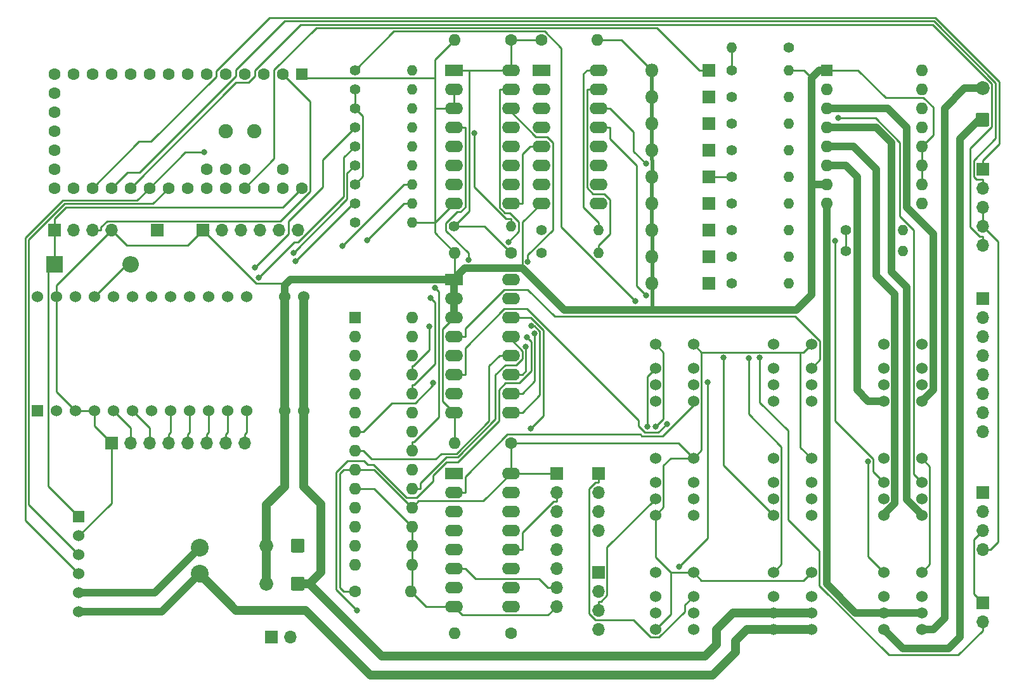
<source format=gbr>
%TF.GenerationSoftware,KiCad,Pcbnew,(5.1.9-0-10_14)*%
%TF.CreationDate,2021-03-06T16:34:47+01:00*%
%TF.ProjectId,Breadboard,42726561-6462-46f6-9172-642e6b696361,rev?*%
%TF.SameCoordinates,Original*%
%TF.FileFunction,Copper,L2,Bot*%
%TF.FilePolarity,Positive*%
%FSLAX46Y46*%
G04 Gerber Fmt 4.6, Leading zero omitted, Abs format (unit mm)*
G04 Created by KiCad (PCBNEW (5.1.9-0-10_14)) date 2021-03-06 16:34:47*
%MOMM*%
%LPD*%
G01*
G04 APERTURE LIST*
%TA.AperFunction,ComponentPad*%
%ADD10O,2.200000X2.200000*%
%TD*%
%TA.AperFunction,ComponentPad*%
%ADD11R,2.200000X2.200000*%
%TD*%
%TA.AperFunction,ComponentPad*%
%ADD12O,1.600000X1.600000*%
%TD*%
%TA.AperFunction,ComponentPad*%
%ADD13R,1.600000X1.600000*%
%TD*%
%TA.AperFunction,ComponentPad*%
%ADD14C,1.600000*%
%TD*%
%TA.AperFunction,ComponentPad*%
%ADD15O,2.400000X1.600000*%
%TD*%
%TA.AperFunction,ComponentPad*%
%ADD16R,2.400000X1.600000*%
%TD*%
%TA.AperFunction,ComponentPad*%
%ADD17C,1.524000*%
%TD*%
%TA.AperFunction,ComponentPad*%
%ADD18R,1.524000X1.524000*%
%TD*%
%TA.AperFunction,ComponentPad*%
%ADD19O,1.700000X1.700000*%
%TD*%
%TA.AperFunction,ComponentPad*%
%ADD20R,1.700000X1.700000*%
%TD*%
%TA.AperFunction,ComponentPad*%
%ADD21C,2.380000*%
%TD*%
%TA.AperFunction,ComponentPad*%
%ADD22C,1.900000*%
%TD*%
%TA.AperFunction,ComponentPad*%
%ADD23O,1.400000X1.400000*%
%TD*%
%TA.AperFunction,ComponentPad*%
%ADD24C,1.400000*%
%TD*%
%TA.AperFunction,ComponentPad*%
%ADD25C,1.850000*%
%TD*%
%TA.AperFunction,ComponentPad*%
%ADD26O,1.800000X1.800000*%
%TD*%
%TA.AperFunction,ComponentPad*%
%ADD27R,1.800000X1.800000*%
%TD*%
%TA.AperFunction,ViaPad*%
%ADD28C,0.800000*%
%TD*%
%TA.AperFunction,Conductor*%
%ADD29C,1.000000*%
%TD*%
%TA.AperFunction,Conductor*%
%ADD30C,0.250000*%
%TD*%
%TA.AperFunction,Conductor*%
%ADD31C,1.200000*%
%TD*%
%TA.AperFunction,Conductor*%
%ADD32C,0.500000*%
%TD*%
G04 APERTURE END LIST*
D10*
%TO.P,D1,2*%
%TO.N,Net-(D1-Pad2)*%
X81280000Y-79248000D03*
D11*
%TO.P,D1,1*%
%TO.N,+5V*%
X71120000Y-79248000D03*
%TD*%
D12*
%TO.P,U9,28*%
%TO.N,S_DIR*%
X118872000Y-86360000D03*
%TO.P,U9,14*%
%TO.N,Net-(U9-Pad14)*%
X111252000Y-119380000D03*
%TO.P,U9,27*%
%TO.N,S_STEP*%
X118872000Y-88900000D03*
%TO.P,U9,13*%
%TO.N,SDA*%
X111252000Y-116840000D03*
%TO.P,U9,26*%
%TO.N,S_SLEEP*%
X118872000Y-91440000D03*
%TO.P,U9,12*%
%TO.N,SCL*%
X111252000Y-114300000D03*
%TO.P,U9,25*%
%TO.N,C_STEP*%
X118872000Y-93980000D03*
%TO.P,U9,11*%
%TO.N,Net-(U9-Pad11)*%
X111252000Y-111760000D03*
%TO.P,U9,24*%
%TO.N,C_GPIO*%
X118872000Y-96520000D03*
%TO.P,U9,10*%
%TO.N,GND*%
X111252000Y-109220000D03*
%TO.P,U9,23*%
%TO.N,C_SERIAL*%
X118872000Y-99060000D03*
%TO.P,U9,9*%
%TO.N,+5V*%
X111252000Y-106680000D03*
%TO.P,U9,22*%
%TO.N,C_SWITCH*%
X118872000Y-101600000D03*
%TO.P,U9,8*%
%TO.N,EXP8*%
X111252000Y-104140000D03*
%TO.P,U9,21*%
%TO.N,C_POWER*%
X118872000Y-104140000D03*
%TO.P,U9,7*%
%TO.N,EXP7*%
X111252000Y-101600000D03*
%TO.P,U9,20*%
%TO.N,Net-(U9-Pad20)*%
X118872000Y-106680000D03*
%TO.P,U9,6*%
%TO.N,EXP6*%
X111252000Y-99060000D03*
%TO.P,U9,19*%
%TO.N,C_INT*%
X118872000Y-109220000D03*
%TO.P,U9,5*%
%TO.N,EXP5*%
X111252000Y-96520000D03*
%TO.P,U9,18*%
%TO.N,+5V*%
X118872000Y-111760000D03*
%TO.P,U9,4*%
%TO.N,EXP4*%
X111252000Y-93980000D03*
%TO.P,U9,17*%
%TO.N,GND*%
X118872000Y-114300000D03*
%TO.P,U9,3*%
%TO.N,EXP3*%
X111252000Y-91440000D03*
%TO.P,U9,16*%
%TO.N,GND*%
X118872000Y-116840000D03*
%TO.P,U9,2*%
%TO.N,EXP2*%
X111252000Y-88900000D03*
%TO.P,U9,15*%
%TO.N,GND*%
X118872000Y-119380000D03*
D13*
%TO.P,U9,1*%
%TO.N,EXP1*%
X111252000Y-86360000D03*
%TD*%
D12*
%TO.P,CU9,2*%
%TO.N,GND*%
X118752000Y-122936000D03*
D14*
%TO.P,CU9,1*%
%TO.N,+5V*%
X111252000Y-122936000D03*
%TD*%
D15*
%TO.P,U6,16*%
%TO.N,R_POWER*%
X143764000Y-53340000D03*
%TO.P,U6,8*%
%TO.N,GND*%
X136144000Y-71120000D03*
%TO.P,U6,15*%
%TO.N,R_SWITCH*%
X143764000Y-55880000D03*
%TO.P,U6,7*%
%TO.N,Net-(U6-Pad7)*%
X136144000Y-68580000D03*
%TO.P,U6,14*%
%TO.N,R_SERIAL*%
X143764000Y-58420000D03*
%TO.P,U6,6*%
%TO.N,Net-(U6-Pad6)*%
X136144000Y-66040000D03*
%TO.P,U6,13*%
%TO.N,R_GPIO*%
X143764000Y-60960000D03*
%TO.P,U6,5*%
%TO.N,C_STEP*%
X136144000Y-63500000D03*
%TO.P,U6,12*%
%TO.N,R_STEP*%
X143764000Y-63500000D03*
%TO.P,U6,4*%
%TO.N,C_GPIO*%
X136144000Y-60960000D03*
%TO.P,U6,11*%
%TO.N,Net-(U6-Pad11)*%
X143764000Y-66040000D03*
%TO.P,U6,3*%
%TO.N,C_SERIAL*%
X136144000Y-58420000D03*
%TO.P,U6,10*%
%TO.N,Net-(U6-Pad10)*%
X143764000Y-68580000D03*
%TO.P,U6,2*%
%TO.N,C_SWITCH*%
X136144000Y-55880000D03*
%TO.P,U6,9*%
%TO.N,+5V*%
X143764000Y-71120000D03*
D16*
%TO.P,U6,1*%
%TO.N,C_POWER*%
X136144000Y-53340000D03*
%TD*%
D17*
%TO.P,U2,28*%
%TO.N,Net-(U2-Pad28)*%
X68834000Y-83566000D03*
%TO.P,U2,27*%
%TO.N,GND*%
X71374000Y-83566000D03*
%TO.P,U2,26*%
%TO.N,Net-(U2-Pad26)*%
X73914000Y-83566000D03*
%TO.P,U2,25*%
%TO.N,Net-(D1-Pad2)*%
X76454000Y-83566000D03*
%TO.P,U2,24*%
%TO.N,Net-(U2-Pad24)*%
X78994000Y-83566000D03*
%TO.P,U2,23*%
%TO.N,Net-(U2-Pad23)*%
X81534000Y-83566000D03*
%TO.P,U2,22*%
%TO.N,Net-(U2-Pad22)*%
X84074000Y-83566000D03*
%TO.P,U2,21*%
%TO.N,Net-(RU1-6-Pad1)*%
X86614000Y-83566000D03*
%TO.P,U2,20*%
%TO.N,Net-(RU1-8-Pad1)*%
X89154000Y-83566000D03*
%TO.P,U2,19*%
%TO.N,Net-(RU1-4-Pad1)*%
X91694000Y-83566000D03*
%TO.P,U2,18*%
%TO.N,Net-(RU1-5-Pad1)*%
X94234000Y-83566000D03*
%TO.P,U2,17*%
%TO.N,Net-(U2-Pad17)*%
X96774000Y-83566000D03*
%TO.P,U2,16*%
%TO.N,GND*%
X101854000Y-83566000D03*
%TO.P,U2,15*%
%TO.N,PD_POWER*%
X104394000Y-83566000D03*
%TO.P,U2,14*%
X104394000Y-98806000D03*
%TO.P,U2,13*%
%TO.N,GND*%
X101854000Y-98806000D03*
%TO.P,U2,12*%
%TO.N,Net-(JU2-2-Pad8)*%
X96774000Y-98806000D03*
%TO.P,U2,11*%
%TO.N,Net-(JU2-2-Pad7)*%
X94234000Y-98806000D03*
%TO.P,U2,10*%
%TO.N,Net-(JU2-2-Pad6)*%
X91694000Y-98806000D03*
%TO.P,U2,9*%
%TO.N,Net-(JU2-2-Pad5)*%
X89154000Y-98806000D03*
%TO.P,U2,8*%
%TO.N,Net-(JU2-2-Pad4)*%
X86614000Y-98806000D03*
%TO.P,U2,7*%
%TO.N,Net-(U2-Pad7)*%
X84074000Y-98806000D03*
%TO.P,U2,6*%
%TO.N,Net-(JU2-2-Pad3)*%
X81534000Y-98806000D03*
%TO.P,U2,5*%
%TO.N,Net-(JU2-2-Pad2)*%
X78994000Y-98806000D03*
%TO.P,U2,4*%
%TO.N,GND*%
X76454000Y-98806000D03*
%TO.P,U2,3*%
X73914000Y-98806000D03*
%TO.P,U2,2*%
%TO.N,RX*%
X71374000Y-98806000D03*
D18*
%TO.P,U2,1*%
%TO.N,TX*%
X68834000Y-98806000D03*
%TD*%
D19*
%TO.P,JU2-2,8*%
%TO.N,Net-(JU2-2-Pad8)*%
X96520000Y-103124000D03*
%TO.P,JU2-2,7*%
%TO.N,Net-(JU2-2-Pad7)*%
X93980000Y-103124000D03*
%TO.P,JU2-2,6*%
%TO.N,Net-(JU2-2-Pad6)*%
X91440000Y-103124000D03*
%TO.P,JU2-2,5*%
%TO.N,Net-(JU2-2-Pad5)*%
X88900000Y-103124000D03*
%TO.P,JU2-2,4*%
%TO.N,Net-(JU2-2-Pad4)*%
X86360000Y-103124000D03*
%TO.P,JU2-2,3*%
%TO.N,Net-(JU2-2-Pad3)*%
X83820000Y-103124000D03*
%TO.P,JU2-2,2*%
%TO.N,Net-(JU2-2-Pad2)*%
X81280000Y-103124000D03*
D20*
%TO.P,JU2-2,1*%
%TO.N,GND*%
X78740000Y-103124000D03*
%TD*%
D12*
%TO.P,U8,16*%
%TO.N,S_DIR*%
X186944000Y-53340000D03*
%TO.P,U8,8*%
%TO.N,S_PWR*%
X174244000Y-71120000D03*
%TO.P,U8,15*%
%TO.N,S_STEP*%
X186944000Y-55880000D03*
%TO.P,U8,7*%
%TO.N,GND*%
X174244000Y-68580000D03*
%TO.P,U8,14*%
%TO.N,Net-(RU8-1-Pad2)*%
X186944000Y-58420000D03*
%TO.P,U8,6*%
%TO.N,B2*%
X174244000Y-66040000D03*
%TO.P,U8,13*%
%TO.N,Net-(RU8-2-Pad2)*%
X186944000Y-60960000D03*
%TO.P,U8,5*%
%TO.N,A2*%
X174244000Y-63500000D03*
%TO.P,U8,12*%
%TO.N,GND*%
X186944000Y-63500000D03*
%TO.P,U8,4*%
%TO.N,A1*%
X174244000Y-60960000D03*
%TO.P,U8,11*%
%TO.N,GND*%
X186944000Y-66040000D03*
%TO.P,U8,3*%
%TO.N,B1*%
X174244000Y-58420000D03*
%TO.P,U8,10*%
%TO.N,GND*%
X186944000Y-68580000D03*
%TO.P,U8,2*%
%TO.N,+5V*%
X174244000Y-55880000D03*
%TO.P,U8,9*%
%TO.N,S_SLEEP*%
X186944000Y-71120000D03*
D13*
%TO.P,U8,1*%
%TO.N,GND*%
X174244000Y-53340000D03*
%TD*%
D15*
%TO.P,U7,16*%
%TO.N,+5V*%
X132080000Y-53340000D03*
%TO.P,U7,8*%
%TO.N,GND*%
X124460000Y-71120000D03*
%TO.P,U7,15*%
%TO.N,SDA*%
X132080000Y-55880000D03*
%TO.P,U7,7*%
%TO.N,C_GPIO*%
X124460000Y-68580000D03*
%TO.P,U7,14*%
%TO.N,SCL*%
X132080000Y-58420000D03*
%TO.P,U7,6*%
%TO.N,C_SERIAL*%
X124460000Y-66040000D03*
%TO.P,U7,13*%
%TO.N,Net-(U7-Pad13)*%
X132080000Y-60960000D03*
%TO.P,U7,5*%
%TO.N,C_SWITCH*%
X124460000Y-63500000D03*
%TO.P,U7,12*%
%TO.N,S_DIR*%
X132080000Y-63500000D03*
%TO.P,U7,4*%
%TO.N,C_POWER*%
X124460000Y-60960000D03*
%TO.P,U7,11*%
%TO.N,S_STEP*%
X132080000Y-66040000D03*
%TO.P,U7,3*%
%TO.N,GND*%
X124460000Y-58420000D03*
%TO.P,U7,10*%
%TO.N,S_SLEEP*%
X132080000Y-68580000D03*
%TO.P,U7,2*%
%TO.N,GND*%
X124460000Y-55880000D03*
%TO.P,U7,9*%
%TO.N,C_STEP*%
X132080000Y-71120000D03*
D16*
%TO.P,U7,1*%
%TO.N,+5V*%
X124460000Y-53340000D03*
%TD*%
D15*
%TO.P,U5,16*%
%TO.N,+5V*%
X132080000Y-81280000D03*
%TO.P,U5,8*%
%TO.N,GND*%
X124460000Y-99060000D03*
%TO.P,U5,15*%
%TO.N,SDA*%
X132080000Y-83820000D03*
%TO.P,U5,7*%
%TO.N,EXP4*%
X124460000Y-96520000D03*
%TO.P,U5,14*%
%TO.N,SCL*%
X132080000Y-86360000D03*
%TO.P,U5,6*%
%TO.N,EXP3*%
X124460000Y-93980000D03*
%TO.P,U5,13*%
%TO.N,C_INT*%
X132080000Y-88900000D03*
%TO.P,U5,5*%
%TO.N,EXP2*%
X124460000Y-91440000D03*
%TO.P,U5,12*%
%TO.N,EXP8*%
X132080000Y-91440000D03*
%TO.P,U5,4*%
%TO.N,EXP1*%
X124460000Y-88900000D03*
%TO.P,U5,11*%
%TO.N,EXP7*%
X132080000Y-93980000D03*
%TO.P,U5,3*%
%TO.N,GND*%
X124460000Y-86360000D03*
%TO.P,U5,10*%
%TO.N,EXP6*%
X132080000Y-96520000D03*
%TO.P,U5,2*%
%TO.N,GND*%
X124460000Y-83820000D03*
%TO.P,U5,9*%
%TO.N,EXP5*%
X132080000Y-99060000D03*
D16*
%TO.P,U5,1*%
%TO.N,GND*%
X124460000Y-81280000D03*
%TD*%
D15*
%TO.P,U4,16*%
%TO.N,+5V*%
X132080000Y-107188000D03*
%TO.P,U4,8*%
%TO.N,GND*%
X124460000Y-124968000D03*
%TO.P,U4,15*%
%TO.N,Net-(RL5-Pad5)*%
X132080000Y-109728000D03*
%TO.P,U4,7*%
%TO.N,Net-(CU4-2-Pad2)*%
X124460000Y-122428000D03*
%TO.P,U4,14*%
%TO.N,Net-(RL7-Pad4)*%
X132080000Y-112268000D03*
%TO.P,U4,6*%
%TO.N,DBOUT3*%
X124460000Y-119888000D03*
%TO.P,U4,13*%
%TO.N,Net-(U4-Pad13)*%
X132080000Y-114808000D03*
%TO.P,U4,5*%
%TO.N,DBIN2*%
X124460000Y-117348000D03*
%TO.P,U4,12*%
%TO.N,DBIN1*%
X132080000Y-117348000D03*
%TO.P,U4,4*%
%TO.N,DBOUT1*%
X124460000Y-114808000D03*
%TO.P,U4,11*%
%TO.N,DBOUT2*%
X132080000Y-119888000D03*
%TO.P,U4,3*%
%TO.N,Net-(U4-Pad3)*%
X124460000Y-112268000D03*
%TO.P,U4,10*%
%TO.N,DBIN3*%
X132080000Y-122428000D03*
%TO.P,U4,2*%
%TO.N,Net-(RL5-Pad4)*%
X124460000Y-109728000D03*
%TO.P,U4,9*%
%TO.N,Net-(CU4-2-Pad1)*%
X132080000Y-124968000D03*
D16*
%TO.P,U4,1*%
%TO.N,Net-(RL6-Pad4)*%
X124460000Y-107188000D03*
%TD*%
D21*
%TO.P,U3,8*%
%TO.N,Net-(RL9-Pad4)*%
X90548000Y-120622000D03*
%TO.P,U3,7*%
%TO.N,Net-(JU3-2-Pad1)*%
X90548000Y-117122000D03*
D17*
%TO.P,U3,6*%
%TO.N,Net-(RL9-Pad4)*%
X74414000Y-125699000D03*
%TO.P,U3,5*%
%TO.N,Net-(JU3-2-Pad1)*%
X74414000Y-123159000D03*
%TO.P,U3,4*%
%TO.N,SDA*%
X74414000Y-120619000D03*
%TO.P,U3,3*%
%TO.N,SCL*%
X74414000Y-118079000D03*
%TO.P,U3,2*%
%TO.N,GND*%
X74414000Y-115539000D03*
D18*
%TO.P,U3,1*%
%TO.N,+5V*%
X74414000Y-112999000D03*
%TD*%
D22*
%TO.P,U1,52*%
%TO.N,N/C*%
X97790000Y-61468000D03*
X93980000Y-61468000D03*
D13*
%TO.P,U1,1*%
%TO.N,GND*%
X104140000Y-53848000D03*
D14*
%TO.P,U1,2*%
%TO.N,TRX*%
X101600000Y-53848000D03*
%TO.P,U1,3*%
%TO.N,TTX*%
X99060000Y-53848000D03*
%TO.P,U1,4*%
%TO.N,Net-(RU1-1-Pad2)*%
X96520000Y-53848000D03*
%TO.P,U1,5*%
%TO.N,Net-(RU1-2-Pad2)*%
X93980000Y-53848000D03*
%TO.P,U1,6*%
%TO.N,Net-(RU1-3-Pad2)*%
X91440000Y-53848000D03*
%TO.P,U1,7*%
%TO.N,D5*%
X88900000Y-53848000D03*
%TO.P,U1,8*%
%TO.N,D6*%
X86360000Y-53848000D03*
%TO.P,U1,9*%
%TO.N,Net-(RU1-4-Pad2)*%
X83820000Y-53848000D03*
%TO.P,U1,10*%
%TO.N,Net-(RU1-5-Pad2)*%
X81280000Y-53848000D03*
%TO.P,U1,11*%
%TO.N,PDSS_RB0*%
X78740000Y-53848000D03*
%TO.P,U1,12*%
%TO.N,TNC1*%
X76200000Y-53848000D03*
%TO.P,U1,13*%
%TO.N,Net-(RU1-6-Pad2)*%
X73660000Y-53848000D03*
%TO.P,U1,37*%
%TO.N,N/C*%
X91440000Y-66548000D03*
%TO.P,U1,36*%
X93980000Y-66548000D03*
%TO.P,U1,35*%
X96520000Y-66548000D03*
%TO.P,U1,34*%
X101600000Y-66548000D03*
%TO.P,U1,33*%
%TO.N,+5V*%
X104140000Y-69088000D03*
%TO.P,U1,32*%
%TO.N,Net-(RU1-9-Pad1)*%
X101600000Y-69088000D03*
%TO.P,U1,31*%
%TO.N,Net-(JU1-4-Pad6)*%
X99060000Y-69088000D03*
%TO.P,U1,30*%
%TO.N,Net-(DU1-1-Pad1)*%
X96520000Y-69088000D03*
%TO.P,U1,29*%
%TO.N,TNC4*%
X93980000Y-69088000D03*
%TO.P,U1,28*%
%TO.N,TNC3*%
X91440000Y-69088000D03*
%TO.P,U1,27*%
%TO.N,C_INT*%
X88900000Y-69088000D03*
%TO.P,U1,26*%
%TO.N,SCL*%
X86360000Y-69088000D03*
%TO.P,U1,25*%
%TO.N,SDA*%
X83820000Y-69088000D03*
%TO.P,U1,24*%
%TO.N,ROTSW*%
X81280000Y-69088000D03*
%TO.P,U1,23*%
%TO.N,ROTB*%
X78740000Y-69088000D03*
%TO.P,U1,22*%
%TO.N,ROTA*%
X76200000Y-69088000D03*
%TO.P,U1,21*%
%TO.N,Net-(RU1-8-Pad2)*%
X73660000Y-69088000D03*
%TO.P,U1,14*%
%TO.N,TNC2*%
X71120000Y-53848000D03*
%TO.P,U1,15*%
%TO.N,N/C*%
X71120000Y-56388000D03*
%TO.P,U1,16*%
X71120000Y-58928000D03*
%TO.P,U1,20*%
%TO.N,Net-(RU1-7-Pad2)*%
X71120000Y-69088000D03*
%TO.P,U1,19*%
%TO.N,N/C*%
X71120000Y-66548000D03*
%TO.P,U1,18*%
X71120000Y-64008000D03*
%TO.P,U1,17*%
X71120000Y-61468000D03*
%TD*%
D23*
%TO.P,RU8-2,2*%
%TO.N,Net-(RU8-2-Pad2)*%
X184404000Y-77462000D03*
D24*
%TO.P,RU8-2,1*%
%TO.N,+5V*%
X176784000Y-77462000D03*
%TD*%
D23*
%TO.P,RU8-1,2*%
%TO.N,Net-(RU8-1-Pad2)*%
X184404000Y-74676000D03*
D24*
%TO.P,RU8-1,1*%
%TO.N,+5V*%
X176784000Y-74676000D03*
%TD*%
D23*
%TO.P,RU6-2,2*%
%TO.N,R_SWITCH*%
X143764000Y-77724000D03*
D24*
%TO.P,RU6-2,1*%
%TO.N,Net-(JU6-2-Pad2)*%
X136144000Y-77724000D03*
%TD*%
D23*
%TO.P,RU6-1,2*%
%TO.N,R_POWER*%
X143764000Y-74676000D03*
D24*
%TO.P,RU6-1,1*%
%TO.N,Net-(JU6-1-Pad2)*%
X136144000Y-74676000D03*
%TD*%
D23*
%TO.P,RU1-11,2*%
%TO.N,Net-(DU1-1-Pad1)*%
X161544000Y-50292000D03*
D24*
%TO.P,RU1-11,1*%
%TO.N,vsense*%
X169164000Y-50292000D03*
%TD*%
D23*
%TO.P,RU1-10,2*%
%TO.N,GND*%
X169164000Y-53340000D03*
D24*
%TO.P,RU1-10,1*%
%TO.N,Net-(DU1-1-Pad1)*%
X161544000Y-53340000D03*
%TD*%
D23*
%TO.P,RU1-9,2*%
%TO.N,GND*%
X118872000Y-73660000D03*
D24*
%TO.P,RU1-9,1*%
%TO.N,Net-(RU1-9-Pad1)*%
X111252000Y-73660000D03*
%TD*%
D23*
%TO.P,RU1-8,2*%
%TO.N,Net-(RU1-8-Pad2)*%
X118872000Y-71120000D03*
D24*
%TO.P,RU1-8,1*%
%TO.N,Net-(RU1-8-Pad1)*%
X111252000Y-71120000D03*
%TD*%
D23*
%TO.P,RU1-7,2*%
%TO.N,Net-(RU1-7-Pad2)*%
X118872000Y-68580000D03*
D24*
%TO.P,RU1-7,1*%
%TO.N,D5*%
X111252000Y-68580000D03*
%TD*%
D23*
%TO.P,RU1-6,2*%
%TO.N,Net-(RU1-6-Pad2)*%
X118872000Y-66040000D03*
D24*
%TO.P,RU1-6,1*%
%TO.N,Net-(RU1-6-Pad1)*%
X111252000Y-66040000D03*
%TD*%
D23*
%TO.P,RU1-5,2*%
%TO.N,Net-(RU1-5-Pad2)*%
X118872000Y-63500000D03*
D24*
%TO.P,RU1-5,1*%
%TO.N,Net-(RU1-5-Pad1)*%
X111252000Y-63500000D03*
%TD*%
D23*
%TO.P,RU1-4,2*%
%TO.N,Net-(RU1-4-Pad2)*%
X118872000Y-60960000D03*
D24*
%TO.P,RU1-4,1*%
%TO.N,Net-(RU1-4-Pad1)*%
X111252000Y-60960000D03*
%TD*%
D23*
%TO.P,RU1-3,2*%
%TO.N,Net-(RU1-3-Pad2)*%
X118872000Y-58420000D03*
D24*
%TO.P,RU1-3,1*%
%TO.N,D5*%
X111252000Y-58420000D03*
%TD*%
D23*
%TO.P,RU1-2,2*%
%TO.N,Net-(RU1-2-Pad2)*%
X118872000Y-55880000D03*
D24*
%TO.P,RU1-2,1*%
%TO.N,D5*%
X111252000Y-55880000D03*
%TD*%
D23*
%TO.P,RU1-1,2*%
%TO.N,Net-(RU1-1-Pad2)*%
X118872000Y-53340000D03*
D24*
%TO.P,RU1-1,1*%
%TO.N,D6*%
X111252000Y-53340000D03*
%TD*%
D23*
%TO.P,RU5,2*%
%TO.N,C_INT*%
X132080000Y-74168000D03*
D24*
%TO.P,RU5,1*%
%TO.N,+5V*%
X124460000Y-74168000D03*
%TD*%
D17*
%TO.P,RL9,8*%
%TO.N,R_POWER*%
X167132000Y-120396000D03*
%TO.P,RL9,7*%
%TO.N,Net-(RL9-Pad7)*%
X167132000Y-123596000D03*
%TO.P,RL9,6*%
%TO.N,PD_POWER*%
X167132000Y-125796000D03*
%TO.P,RL9,5*%
%TO.N,Net-(RL9-Pad4)*%
X167132000Y-127996000D03*
%TO.P,RL9,4*%
X172212000Y-127996000D03*
%TO.P,RL9,3*%
%TO.N,PD_POWER*%
X172212000Y-125796000D03*
%TO.P,RL9,2*%
%TO.N,Net-(RL9-Pad2)*%
X172212000Y-123596000D03*
%TO.P,RL9,1*%
%TO.N,+5V*%
X172212000Y-120396000D03*
%TD*%
%TO.P,RL8,8*%
%TO.N,R_STEP*%
X181864000Y-120396000D03*
%TO.P,RL8,7*%
%TO.N,Net-(RL8-Pad7)*%
X181864000Y-123596000D03*
%TO.P,RL8,6*%
%TO.N,S_PWR*%
X181864000Y-125796000D03*
%TO.P,RL8,5*%
%TO.N,vsense*%
X181864000Y-127996000D03*
%TO.P,RL8,4*%
%TO.N,Net-(J2-Pad2)*%
X186944000Y-127996000D03*
%TO.P,RL8,3*%
%TO.N,S_PWR*%
X186944000Y-125796000D03*
%TO.P,RL8,2*%
%TO.N,Net-(RL8-Pad2)*%
X186944000Y-123596000D03*
%TO.P,RL8,1*%
%TO.N,+5V*%
X186944000Y-120396000D03*
%TD*%
%TO.P,RL7,8*%
%TO.N,R_SWITCH*%
X151384000Y-105156000D03*
%TO.P,RL7,7*%
%TO.N,Net-(RL5-Pad7)*%
X151384000Y-108356000D03*
%TO.P,RL7,6*%
%TO.N,Net-(JU4-1-Pad3)*%
X151384000Y-110556000D03*
%TO.P,RL7,5*%
%TO.N,+5V*%
X151384000Y-112756000D03*
%TO.P,RL7,4*%
%TO.N,Net-(RL7-Pad4)*%
X156464000Y-112756000D03*
%TO.P,RL7,3*%
%TO.N,Net-(JU4-1-Pad4)*%
X156464000Y-110556000D03*
%TO.P,RL7,2*%
%TO.N,Net-(JU4-2-Pad4)*%
X156464000Y-108356000D03*
%TO.P,RL7,1*%
%TO.N,+5V*%
X156464000Y-105156000D03*
%TD*%
%TO.P,RL6,8*%
%TO.N,R_SWITCH*%
X151384000Y-120396000D03*
%TO.P,RL6,7*%
%TO.N,Net-(RL5-Pad2)*%
X151384000Y-123596000D03*
%TO.P,RL6,6*%
%TO.N,Net-(JU4-1-Pad2)*%
X151384000Y-125796000D03*
%TO.P,RL6,5*%
%TO.N,+5V*%
X151384000Y-127996000D03*
%TO.P,RL6,4*%
%TO.N,Net-(RL6-Pad4)*%
X156464000Y-127996000D03*
%TO.P,RL6,3*%
%TO.N,Net-(JU4-1-Pad1)*%
X156464000Y-125796000D03*
%TO.P,RL6,2*%
%TO.N,Net-(JU4-2-Pad1)*%
X156464000Y-123596000D03*
%TO.P,RL6,1*%
%TO.N,+5V*%
X156464000Y-120396000D03*
%TD*%
%TO.P,RL5,8*%
%TO.N,R_SWITCH*%
X151384000Y-89916000D03*
%TO.P,RL5,7*%
%TO.N,Net-(RL5-Pad7)*%
X151384000Y-93116000D03*
%TO.P,RL5,6*%
%TO.N,Net-(JU4-2-Pad2)*%
X151384000Y-95316000D03*
%TO.P,RL5,5*%
%TO.N,Net-(RL5-Pad5)*%
X151384000Y-97516000D03*
%TO.P,RL5,4*%
%TO.N,Net-(RL5-Pad4)*%
X156464000Y-97516000D03*
%TO.P,RL5,3*%
%TO.N,Net-(JU4-2-Pad3)*%
X156464000Y-95316000D03*
%TO.P,RL5,2*%
%TO.N,Net-(RL5-Pad2)*%
X156464000Y-93116000D03*
%TO.P,RL5,1*%
%TO.N,+5V*%
X156464000Y-89916000D03*
%TD*%
%TO.P,RL4,8*%
%TO.N,R_STEP*%
X181864000Y-89916000D03*
%TO.P,RL4,7*%
%TO.N,Net-(R4-2-Pad2)*%
X181864000Y-93116000D03*
%TO.P,RL4,6*%
%TO.N,Net-(J1-Pad8)*%
X181864000Y-95316000D03*
%TO.P,RL4,5*%
%TO.N,B2*%
X181864000Y-97516000D03*
%TO.P,RL4,4*%
%TO.N,B1*%
X186944000Y-97516000D03*
%TO.P,RL4,3*%
%TO.N,Net-(J1-Pad7)*%
X186944000Y-95316000D03*
%TO.P,RL4,2*%
%TO.N,Net-(R4-1-Pad2)*%
X186944000Y-93116000D03*
%TO.P,RL4,1*%
%TO.N,+5V*%
X186944000Y-89916000D03*
%TD*%
%TO.P,RL3,8*%
%TO.N,R_STEP*%
X181864000Y-105156000D03*
%TO.P,RL3,7*%
%TO.N,Net-(R3-2-Pad2)*%
X181864000Y-108356000D03*
%TO.P,RL3,6*%
%TO.N,Net-(J1-Pad6)*%
X181864000Y-110556000D03*
%TO.P,RL3,5*%
%TO.N,A2*%
X181864000Y-112756000D03*
%TO.P,RL3,4*%
%TO.N,A1*%
X186944000Y-112756000D03*
%TO.P,RL3,3*%
%TO.N,Net-(J1-Pad5)*%
X186944000Y-110556000D03*
%TO.P,RL3,2*%
%TO.N,Net-(R3-1-Pad2)*%
X186944000Y-108356000D03*
%TO.P,RL3,1*%
%TO.N,+5V*%
X186944000Y-105156000D03*
%TD*%
%TO.P,RL2,8*%
%TO.N,R_GPIO*%
X167132000Y-105156000D03*
%TO.P,RL2,7*%
%TO.N,EXP4*%
X167132000Y-108356000D03*
%TO.P,RL2,6*%
%TO.N,Net-(D2-2-Pad1)*%
X167132000Y-110556000D03*
%TO.P,RL2,5*%
%TO.N,D6*%
X167132000Y-112756000D03*
%TO.P,RL2,4*%
%TO.N,D5*%
X172212000Y-112756000D03*
%TO.P,RL2,3*%
%TO.N,Net-(D2-1-Pad1)*%
X172212000Y-110556000D03*
%TO.P,RL2,2*%
%TO.N,EXP3*%
X172212000Y-108356000D03*
%TO.P,RL2,1*%
%TO.N,+5V*%
X172212000Y-105156000D03*
%TD*%
%TO.P,RL1,8*%
%TO.N,R_SERIAL*%
X167132000Y-89916000D03*
%TO.P,RL1,7*%
%TO.N,EXP2*%
X167132000Y-93116000D03*
%TO.P,RL1,6*%
%TO.N,Net-(D1-2-Pad1)*%
X167132000Y-95316000D03*
%TO.P,RL1,5*%
%TO.N,TX*%
X167132000Y-97516000D03*
%TO.P,RL1,4*%
%TO.N,RX*%
X172212000Y-97516000D03*
%TO.P,RL1,3*%
%TO.N,Net-(D1-1-Pad1)*%
X172212000Y-95316000D03*
%TO.P,RL1,2*%
%TO.N,EXP1*%
X172212000Y-93116000D03*
%TO.P,RL1,1*%
%TO.N,+5V*%
X172212000Y-89916000D03*
%TD*%
D23*
%TO.P,R4-2,2*%
%TO.N,Net-(R4-2-Pad2)*%
X169164000Y-81788000D03*
D24*
%TO.P,R4-2,1*%
%TO.N,EXP8*%
X161544000Y-81788000D03*
%TD*%
D23*
%TO.P,R4-1,2*%
%TO.N,Net-(R4-1-Pad2)*%
X169164000Y-78232000D03*
D24*
%TO.P,R4-1,1*%
%TO.N,EXP7*%
X161544000Y-78232000D03*
%TD*%
D23*
%TO.P,R3-2,2*%
%TO.N,Net-(R3-2-Pad2)*%
X169164000Y-74676000D03*
D24*
%TO.P,R3-2,1*%
%TO.N,EXP6*%
X161544000Y-74676000D03*
%TD*%
D23*
%TO.P,R3-1,2*%
%TO.N,Net-(R3-1-Pad2)*%
X169164000Y-71120000D03*
D24*
%TO.P,R3-1,1*%
%TO.N,EXP5*%
X161544000Y-71120000D03*
%TD*%
D23*
%TO.P,R2-2,2*%
%TO.N,Net-(J1-Pad4)*%
X169164000Y-67564000D03*
D24*
%TO.P,R2-2,1*%
%TO.N,Net-(D2-2-Pad1)*%
X161544000Y-67564000D03*
%TD*%
D23*
%TO.P,R2-1,2*%
%TO.N,Net-(J1-Pad3)*%
X169164000Y-64008000D03*
D24*
%TO.P,R2-1,1*%
%TO.N,Net-(D2-1-Pad1)*%
X161544000Y-64008000D03*
%TD*%
D23*
%TO.P,R1-2,2*%
%TO.N,Net-(J1-Pad2)*%
X169164000Y-60452000D03*
D24*
%TO.P,R1-2,1*%
%TO.N,Net-(D1-2-Pad1)*%
X161544000Y-60452000D03*
%TD*%
D23*
%TO.P,R1-1,2*%
%TO.N,Net-(J1-Pad1)*%
X169164000Y-56896000D03*
D24*
%TO.P,R1-1,1*%
%TO.N,Net-(D1-1-Pad1)*%
X161544000Y-56896000D03*
%TD*%
D19*
%TO.P,JU6-2,2*%
%TO.N,Net-(JU6-2-Pad2)*%
X195072000Y-127000000D03*
D20*
%TO.P,JU6-2,1*%
%TO.N,+5V*%
X195072000Y-124460000D03*
%TD*%
D19*
%TO.P,JU6-1,2*%
%TO.N,Net-(JU6-1-Pad2)*%
X102616000Y-129032000D03*
D20*
%TO.P,JU6-1,1*%
%TO.N,+5V*%
X100076000Y-129032000D03*
%TD*%
D19*
%TO.P,JU4-3,8*%
%TO.N,GND*%
X138176000Y-124968000D03*
%TO.P,JU4-3,7*%
%TO.N,DBOUT3*%
X138176000Y-122428000D03*
%TO.P,JU4-3,6*%
%TO.N,DBIN3*%
X138176000Y-119888000D03*
%TO.P,JU4-3,5*%
%TO.N,DBOUT2*%
X138176000Y-117348000D03*
%TO.P,JU4-3,4*%
%TO.N,DBIN2*%
X138176000Y-114808000D03*
%TO.P,JU4-3,3*%
%TO.N,DBOUT1*%
X138176000Y-112268000D03*
%TO.P,JU4-3,2*%
%TO.N,DBIN1*%
X138176000Y-109728000D03*
D20*
%TO.P,JU4-3,1*%
%TO.N,+5V*%
X138176000Y-107188000D03*
%TD*%
D19*
%TO.P,JU4-2,4*%
%TO.N,Net-(JU4-2-Pad4)*%
X143764000Y-114808000D03*
%TO.P,JU4-2,3*%
%TO.N,Net-(JU4-2-Pad3)*%
X143764000Y-112268000D03*
%TO.P,JU4-2,2*%
%TO.N,Net-(JU4-2-Pad2)*%
X143764000Y-109728000D03*
D20*
%TO.P,JU4-2,1*%
%TO.N,Net-(JU4-2-Pad1)*%
X143764000Y-107188000D03*
%TD*%
D19*
%TO.P,JU4-1,4*%
%TO.N,Net-(JU4-1-Pad4)*%
X143764000Y-128016000D03*
%TO.P,JU4-1,3*%
%TO.N,Net-(JU4-1-Pad3)*%
X143764000Y-125476000D03*
%TO.P,JU4-1,2*%
%TO.N,Net-(JU4-1-Pad2)*%
X143764000Y-122936000D03*
D20*
%TO.P,JU4-1,1*%
%TO.N,Net-(JU4-1-Pad1)*%
X143764000Y-120396000D03*
%TD*%
D25*
%TO.P,JU3-2,2*%
%TO.N,GND*%
X99432000Y-116840000D03*
%TO.P,JU3-2,1*%
%TO.N,Net-(JU3-2-Pad1)*%
%TA.AperFunction,ComponentPad*%
G36*
G01*
X104557000Y-116164999D02*
X104557000Y-117515001D01*
G75*
G02*
X104307001Y-117765000I-249999J0D01*
G01*
X102956999Y-117765000D01*
G75*
G02*
X102707000Y-117515001I0J249999D01*
G01*
X102707000Y-116164999D01*
G75*
G02*
X102956999Y-115915000I249999J0D01*
G01*
X104307001Y-115915000D01*
G75*
G02*
X104557000Y-116164999I0J-249999D01*
G01*
G37*
%TD.AperFunction*%
%TD*%
%TO.P,JU3-1,2*%
%TO.N,GND*%
X99432000Y-121920000D03*
%TO.P,JU3-1,1*%
%TO.N,PD_POWER*%
%TA.AperFunction,ComponentPad*%
G36*
G01*
X104557000Y-121244999D02*
X104557000Y-122595001D01*
G75*
G02*
X104307001Y-122845000I-249999J0D01*
G01*
X102956999Y-122845000D01*
G75*
G02*
X102707000Y-122595001I0J249999D01*
G01*
X102707000Y-121244999D01*
G75*
G02*
X102956999Y-120995000I249999J0D01*
G01*
X104307001Y-120995000D01*
G75*
G02*
X104557000Y-121244999I0J-249999D01*
G01*
G37*
%TD.AperFunction*%
%TD*%
D20*
%TO.P,JU2-1,1*%
%TO.N,PDSS_RB0*%
X84836000Y-74676000D03*
%TD*%
D19*
%TO.P,JU1-4,6*%
%TO.N,Net-(JU1-4-Pad6)*%
X103632000Y-74676000D03*
%TO.P,JU1-4,5*%
%TO.N,TNC4*%
X101092000Y-74676000D03*
%TO.P,JU1-4,4*%
%TO.N,TNC3*%
X98552000Y-74676000D03*
%TO.P,JU1-4,3*%
%TO.N,TNC2*%
X96012000Y-74676000D03*
%TO.P,JU1-4,2*%
%TO.N,TNC1*%
X93472000Y-74676000D03*
D20*
%TO.P,JU1-4,1*%
%TO.N,GND*%
X90932000Y-74676000D03*
%TD*%
D19*
%TO.P,JU1-3,4*%
%TO.N,GND*%
X78740000Y-74676000D03*
%TO.P,JU1-3,3*%
%TO.N,TRX*%
X76200000Y-74676000D03*
%TO.P,JU1-3,2*%
%TO.N,TTX*%
X73660000Y-74676000D03*
D20*
%TO.P,JU1-3,1*%
%TO.N,+5V*%
X71120000Y-74676000D03*
%TD*%
D19*
%TO.P,JU1-2,5*%
%TO.N,ROTSW*%
X195072000Y-76708000D03*
%TO.P,JU1-2,4*%
%TO.N,GND*%
X195072000Y-74168000D03*
%TO.P,JU1-2,3*%
X195072000Y-71628000D03*
%TO.P,JU1-2,2*%
%TO.N,ROTB*%
X195072000Y-69088000D03*
D20*
%TO.P,JU1-2,1*%
%TO.N,ROTA*%
X195072000Y-66548000D03*
%TD*%
D19*
%TO.P,JU1-1,4*%
%TO.N,GND*%
X195072000Y-117348000D03*
%TO.P,JU1-1,3*%
%TO.N,+5V*%
X195072000Y-114808000D03*
%TO.P,JU1-1,2*%
%TO.N,SCL*%
X195072000Y-112268000D03*
D20*
%TO.P,JU1-1,1*%
%TO.N,SDA*%
X195072000Y-109728000D03*
%TD*%
D25*
%TO.P,J2,2*%
%TO.N,Net-(J2-Pad2)*%
X195072000Y-55744000D03*
%TO.P,J2,1*%
%TO.N,vsense*%
%TA.AperFunction,ComponentPad*%
G36*
G01*
X195747001Y-60869000D02*
X194396999Y-60869000D01*
G75*
G02*
X194147000Y-60619001I0J249999D01*
G01*
X194147000Y-59268999D01*
G75*
G02*
X194396999Y-59019000I249999J0D01*
G01*
X195747001Y-59019000D01*
G75*
G02*
X195997000Y-59268999I0J-249999D01*
G01*
X195997000Y-60619001D01*
G75*
G02*
X195747001Y-60869000I-249999J0D01*
G01*
G37*
%TD.AperFunction*%
%TD*%
D19*
%TO.P,J1,8*%
%TO.N,Net-(J1-Pad8)*%
X195072000Y-101600000D03*
%TO.P,J1,7*%
%TO.N,Net-(J1-Pad7)*%
X195072000Y-99060000D03*
%TO.P,J1,6*%
%TO.N,Net-(J1-Pad6)*%
X195072000Y-96520000D03*
%TO.P,J1,5*%
%TO.N,Net-(J1-Pad5)*%
X195072000Y-93980000D03*
%TO.P,J1,4*%
%TO.N,Net-(J1-Pad4)*%
X195072000Y-91440000D03*
%TO.P,J1,3*%
%TO.N,Net-(J1-Pad3)*%
X195072000Y-88900000D03*
%TO.P,J1,2*%
%TO.N,Net-(J1-Pad2)*%
X195072000Y-86360000D03*
D20*
%TO.P,J1,1*%
%TO.N,Net-(J1-Pad1)*%
X195072000Y-83820000D03*
%TD*%
D26*
%TO.P,DU1-1,2*%
%TO.N,GND*%
X150876000Y-53340000D03*
D27*
%TO.P,DU1-1,1*%
%TO.N,Net-(DU1-1-Pad1)*%
X158496000Y-53340000D03*
%TD*%
D26*
%TO.P,D4-2,2*%
%TO.N,GND*%
X150876000Y-81788000D03*
D27*
%TO.P,D4-2,1*%
%TO.N,EXP8*%
X158496000Y-81788000D03*
%TD*%
D26*
%TO.P,D4-1,2*%
%TO.N,GND*%
X150876000Y-78232000D03*
D27*
%TO.P,D4-1,1*%
%TO.N,EXP7*%
X158496000Y-78232000D03*
%TD*%
D26*
%TO.P,D3-2,2*%
%TO.N,GND*%
X150876000Y-74676000D03*
D27*
%TO.P,D3-2,1*%
%TO.N,EXP6*%
X158496000Y-74676000D03*
%TD*%
D26*
%TO.P,D3-1,2*%
%TO.N,GND*%
X150876000Y-71120000D03*
D27*
%TO.P,D3-1,1*%
%TO.N,EXP5*%
X158496000Y-71120000D03*
%TD*%
D26*
%TO.P,D2-2,2*%
%TO.N,GND*%
X150876000Y-67564000D03*
D27*
%TO.P,D2-2,1*%
%TO.N,Net-(D2-2-Pad1)*%
X158496000Y-67564000D03*
%TD*%
D26*
%TO.P,D2-1,2*%
%TO.N,GND*%
X150876000Y-64008000D03*
D27*
%TO.P,D2-1,1*%
%TO.N,Net-(D2-1-Pad1)*%
X158496000Y-64008000D03*
%TD*%
D26*
%TO.P,D1-2,2*%
%TO.N,GND*%
X150876000Y-60452000D03*
D27*
%TO.P,D1-2,1*%
%TO.N,Net-(D1-2-Pad1)*%
X158496000Y-60452000D03*
%TD*%
D26*
%TO.P,D1-1,2*%
%TO.N,GND*%
X150876000Y-56896000D03*
D27*
%TO.P,D1-1,1*%
%TO.N,Net-(D1-1-Pad1)*%
X158496000Y-56896000D03*
%TD*%
D12*
%TO.P,CU4-2,2*%
%TO.N,Net-(CU4-2-Pad2)*%
X124580000Y-128524000D03*
D14*
%TO.P,CU4-2,1*%
%TO.N,Net-(CU4-2-Pad1)*%
X132080000Y-128524000D03*
%TD*%
D12*
%TO.P,CU7,2*%
%TO.N,GND*%
X124580000Y-49276000D03*
D14*
%TO.P,CU7,1*%
%TO.N,+5V*%
X132080000Y-49276000D03*
%TD*%
D12*
%TO.P,CU6,2*%
%TO.N,GND*%
X143644000Y-49276000D03*
D14*
%TO.P,CU6,1*%
%TO.N,+5V*%
X136144000Y-49276000D03*
%TD*%
D12*
%TO.P,CU5,2*%
%TO.N,GND*%
X124580000Y-77724000D03*
D14*
%TO.P,CU5,1*%
%TO.N,+5V*%
X132080000Y-77724000D03*
%TD*%
D12*
%TO.P,CU4,2*%
%TO.N,GND*%
X124580000Y-103124000D03*
D14*
%TO.P,CU4,1*%
%TO.N,+5V*%
X132080000Y-103124000D03*
%TD*%
D28*
%TO.N,C_INT*%
X127221900Y-61709400D03*
%TO.N,R_STEP*%
X179749300Y-105588000D03*
%TO.N,R_SERIAL*%
X150129400Y-65830500D03*
%TO.N,R_GPIO*%
X150146200Y-83414700D03*
%TO.N,Net-(RL5-Pad7)*%
X150282200Y-100970100D03*
%TO.N,D6*%
X148750200Y-84210900D03*
X160475400Y-91739600D03*
%TO.N,Net-(RL5-Pad2)*%
X154560400Y-119638700D03*
X158329000Y-94981000D03*
%TO.N,R_SWITCH*%
X151384000Y-100980700D03*
%TO.N,R_POWER*%
X163830200Y-91758200D03*
%TO.N,SDA*%
X131740800Y-76320500D03*
X91138400Y-64268900D03*
%TO.N,SCL*%
X134358900Y-78907300D03*
X134704000Y-101229500D03*
%TO.N,Net-(JU6-1-Pad2)*%
X134229800Y-89016800D03*
X111519400Y-125476300D03*
%TO.N,Net-(JU6-2-Pad2)*%
X165349000Y-91740800D03*
%TO.N,Net-(R3-1-Pad2)*%
X175767200Y-59690000D03*
%TO.N,Net-(R3-2-Pad2)*%
X175381600Y-76171000D03*
%TO.N,Net-(RU1-4-Pad1)*%
X97903500Y-79694900D03*
%TO.N,Net-(RU1-5-Pad1)*%
X98410600Y-81054200D03*
%TO.N,Net-(RU1-6-Pad1)*%
X103072000Y-77711700D03*
%TO.N,Net-(RU1-7-Pad2)*%
X109610900Y-76815800D03*
%TO.N,Net-(RU1-8-Pad2)*%
X112940800Y-76025900D03*
%TO.N,Net-(RU1-8-Pad1)*%
X103297900Y-78882700D03*
%TO.N,EXP5*%
X134858000Y-87498300D03*
%TO.N,EXP6*%
X135222000Y-88499200D03*
%TO.N,EXP7*%
X121715200Y-95105400D03*
X134060900Y-90246700D03*
%TO.N,EXP3*%
X152923100Y-100564700D03*
%TO.N,C_STEP*%
X121193900Y-87574100D03*
%TO.N,C_GPIO*%
X121333300Y-83730800D03*
%TO.N,C_POWER*%
X122001300Y-82412400D03*
X126422700Y-78636000D03*
%TD*%
D29*
%TO.N,S_PWR*%
X174244000Y-71120000D02*
X174244000Y-121920000D01*
X174244000Y-121920000D02*
X178120000Y-125796000D01*
X178120000Y-125796000D02*
X181864000Y-125796000D01*
X181864000Y-125796000D02*
X186944000Y-125796000D01*
D30*
%TO.N,GND*%
X118872000Y-116840000D02*
X118872000Y-119380000D01*
X118872000Y-114300000D02*
X118872000Y-116840000D01*
D31*
X101854000Y-98806000D02*
X101854000Y-108966000D01*
X101854000Y-108966000D02*
X99432000Y-111388000D01*
X99432000Y-111388000D02*
X99432000Y-116840000D01*
X101854000Y-83566000D02*
X101854000Y-98806000D01*
D29*
X124460000Y-83820000D02*
X124460000Y-86360000D01*
X124460000Y-81280000D02*
X124460000Y-83820000D01*
D30*
X186944000Y-66040000D02*
X186944000Y-63500000D01*
X186944000Y-68580000D02*
X186944000Y-66040000D01*
D29*
X172212000Y-68580000D02*
X172212000Y-83312000D01*
X172212000Y-83312000D02*
X170180000Y-85344000D01*
X170180000Y-85344000D02*
X150876000Y-85344000D01*
X174244000Y-68580000D02*
X172212000Y-68580000D01*
X124580000Y-81160000D02*
X124460000Y-81280000D01*
D30*
X121920000Y-58420000D02*
X121920000Y-54356000D01*
X121920000Y-73660000D02*
X121920000Y-58420000D01*
D29*
X101854000Y-83566000D02*
X101854000Y-82042000D01*
X101854000Y-82042000D02*
X102108000Y-81788000D01*
X102108000Y-81788000D02*
X102616000Y-81280000D01*
X102616000Y-81280000D02*
X124460000Y-81280000D01*
D30*
X90932000Y-74676000D02*
X98044000Y-81788000D01*
X98044000Y-81788000D02*
X102108000Y-81788000D01*
X78740000Y-74676000D02*
X80772000Y-76708000D01*
X80772000Y-76708000D02*
X88900000Y-76708000D01*
X88900000Y-76708000D02*
X90932000Y-74676000D01*
X71374000Y-83566000D02*
X71374000Y-82042000D01*
X71374000Y-82042000D02*
X78740000Y-74676000D01*
X124460000Y-124968000D02*
X125585000Y-126093000D01*
X125585000Y-126093000D02*
X137051000Y-126093000D01*
X137051000Y-126093000D02*
X138176000Y-124968000D01*
X124460000Y-124968000D02*
X120784000Y-124968000D01*
X120784000Y-124968000D02*
X118752000Y-122936000D01*
X118872000Y-119380000D02*
X118872000Y-122816000D01*
X118872000Y-122816000D02*
X118752000Y-122936000D01*
X111252000Y-109220000D02*
X113792000Y-109220000D01*
X113792000Y-109220000D02*
X118872000Y-114300000D01*
X195072000Y-117348000D02*
X196088000Y-117348000D01*
X196088000Y-117348000D02*
X197104000Y-116332000D01*
X197104000Y-116332000D02*
X197104000Y-76200000D01*
X197104000Y-76200000D02*
X195072000Y-74168000D01*
X124460000Y-58420000D02*
X121920000Y-58420000D01*
X124460000Y-55880000D02*
X124460000Y-58420000D01*
X121920000Y-54356000D02*
X121920000Y-51936000D01*
X121920000Y-51936000D02*
X124580000Y-49276000D01*
X104140000Y-53848000D02*
X104657000Y-54365000D01*
X104657000Y-54365000D02*
X121421000Y-54365000D01*
X121421000Y-54365000D02*
X121430000Y-54356000D01*
X121430000Y-54356000D02*
X121920000Y-54356000D01*
X195072000Y-74168000D02*
X195072000Y-71628000D01*
X124460000Y-86360000D02*
X122935000Y-87885000D01*
X122935000Y-87885000D02*
X122935000Y-97535000D01*
X122935000Y-97535000D02*
X124460000Y-99060000D01*
X124580000Y-103124000D02*
X124580000Y-99180000D01*
X124580000Y-99180000D02*
X124460000Y-99060000D01*
X123952000Y-125476000D02*
X124460000Y-124968000D01*
X74414000Y-115539000D02*
X78740000Y-111213000D01*
X78740000Y-111213000D02*
X78740000Y-103124000D01*
X76454000Y-98806000D02*
X76454000Y-100838000D01*
X76454000Y-100838000D02*
X78740000Y-103124000D01*
X73914000Y-98806000D02*
X76454000Y-98806000D01*
X71374000Y-83566000D02*
X71374000Y-96266000D01*
X71374000Y-96266000D02*
X73914000Y-98806000D01*
X90932000Y-74676000D02*
X91733000Y-74676000D01*
X133628000Y-79780000D02*
X133628000Y-73636000D01*
X133628000Y-73636000D02*
X136144000Y-71120000D01*
X124580000Y-77724000D02*
X124580000Y-81160000D01*
X121920000Y-73660000D02*
X121920000Y-75064000D01*
X121920000Y-75064000D02*
X124580000Y-77724000D01*
X118872000Y-73660000D02*
X121920000Y-73660000D01*
X121920000Y-73660000D02*
X124460000Y-71120000D01*
X169164000Y-53340000D02*
X171196000Y-53340000D01*
X171196000Y-53340000D02*
X172212000Y-54356000D01*
X143644000Y-49276000D02*
X146812000Y-49276000D01*
X146812000Y-49276000D02*
X150876000Y-53340000D01*
D29*
X150876000Y-85344000D02*
X139192000Y-85344000D01*
X139192000Y-85344000D02*
X133628000Y-79780000D01*
D30*
X178459000Y-53340000D02*
X174244000Y-53340000D01*
D29*
X172212000Y-54356000D02*
X172212000Y-68580000D01*
X174244000Y-53340000D02*
X173228000Y-53340000D01*
X173228000Y-53340000D02*
X172212000Y-54356000D01*
X133628000Y-79780000D02*
X125960000Y-79780000D01*
X125960000Y-79780000D02*
X124580000Y-81160000D01*
D31*
X99432000Y-116840000D02*
X99432000Y-121920000D01*
D32*
X150876000Y-53340000D02*
X150876000Y-60452000D01*
X150876000Y-60452000D02*
X150876000Y-64008000D01*
X150979401Y-67460599D02*
X150876000Y-67564000D01*
X150979401Y-65422499D02*
X150979401Y-67460599D01*
X150876000Y-65319098D02*
X150979401Y-65422499D01*
X150876000Y-64008000D02*
X150876000Y-65319098D01*
X150876000Y-67564000D02*
X150876000Y-71120000D01*
X150876000Y-71120000D02*
X150876000Y-74676000D01*
X150996201Y-85223799D02*
X150876000Y-85344000D01*
X150996201Y-74796201D02*
X150996201Y-85223799D01*
X150876000Y-74676000D02*
X150996201Y-74796201D01*
D30*
X186944000Y-63500000D02*
X188468000Y-61976000D01*
X182124001Y-57005001D02*
X178459000Y-53340000D01*
X188468000Y-58278998D02*
X187194003Y-57005001D01*
X187194003Y-57005001D02*
X182124001Y-57005001D01*
X188468000Y-61976000D02*
X188468000Y-58278998D01*
D29*
%TO.N,B2*%
X181864000Y-97516000D02*
X179812000Y-97516000D01*
X179812000Y-97516000D02*
X178308000Y-96012000D01*
X178308000Y-96012000D02*
X178308000Y-67564000D01*
X178308000Y-67564000D02*
X176784000Y-66040000D01*
X176784000Y-66040000D02*
X174244000Y-66040000D01*
%TO.N,A2*%
X174244000Y-63500000D02*
X177800000Y-63500000D01*
X177800000Y-63500000D02*
X180848000Y-66548000D01*
X180848000Y-66548000D02*
X180848000Y-80772000D01*
X180848000Y-80772000D02*
X183326000Y-83250000D01*
X183326000Y-83250000D02*
X183326000Y-111190000D01*
X183326000Y-111190000D02*
X181864000Y-112652000D01*
X181864000Y-112652000D02*
X181864000Y-112756000D01*
%TO.N,A1*%
X186944000Y-112756000D02*
X186944000Y-112720000D01*
X186944000Y-112720000D02*
X184912000Y-110688000D01*
X184912000Y-110688000D02*
X184912000Y-82296000D01*
X184912000Y-82296000D02*
X182880000Y-80264000D01*
X182880000Y-80264000D02*
X182880000Y-62992000D01*
X182880000Y-62992000D02*
X180848000Y-60960000D01*
X180848000Y-60960000D02*
X174244000Y-60960000D01*
%TO.N,B1*%
X174244000Y-58420000D02*
X182372000Y-58420000D01*
X182372000Y-58420000D02*
X184912000Y-60960000D01*
X184912000Y-60960000D02*
X184912000Y-71628000D01*
X184912000Y-71628000D02*
X188468000Y-75184000D01*
X188468000Y-75184000D02*
X188468000Y-95992000D01*
X188468000Y-95992000D02*
X186944000Y-97516000D01*
D30*
%TO.N,+5V*%
X172212000Y-105156000D02*
X170759000Y-103703000D01*
X170759000Y-103703000D02*
X170759000Y-91003000D01*
X153416000Y-120396000D02*
X156464000Y-120396000D01*
X151384000Y-112756000D02*
X151384000Y-118364000D01*
X151384000Y-118364000D02*
X153416000Y-120396000D01*
X118872000Y-111760000D02*
X119779000Y-110853000D01*
X119779000Y-110853000D02*
X128415000Y-110853000D01*
X128415000Y-110853000D02*
X132080000Y-107188000D01*
X111252000Y-106680000D02*
X109728000Y-106680000D01*
X109728000Y-106680000D02*
X109220000Y-107188000D01*
X109220000Y-107188000D02*
X109220000Y-122428000D01*
X109220000Y-122428000D02*
X109728000Y-122936000D01*
X109728000Y-122936000D02*
X111252000Y-122936000D01*
X111252000Y-106680000D02*
X113792000Y-106680000D01*
X113792000Y-106680000D02*
X118872000Y-111760000D01*
X132080000Y-107188000D02*
X138176000Y-107188000D01*
X71120000Y-74676000D02*
X71120000Y-73152000D01*
X71120000Y-73152000D02*
X72644000Y-71628000D01*
X72644000Y-71628000D02*
X101600000Y-71628000D01*
X101600000Y-71628000D02*
X104140000Y-69088000D01*
X71120000Y-79248000D02*
X70287000Y-80081000D01*
X70287000Y-80081000D02*
X70287000Y-108872000D01*
X70287000Y-108872000D02*
X74414000Y-112999000D01*
X71120000Y-79248000D02*
X71120000Y-74676000D01*
X124460000Y-53340000D02*
X126492000Y-53340000D01*
X126492000Y-53340000D02*
X132080000Y-53340000D01*
X124460000Y-74168000D02*
X126492000Y-72136000D01*
X126492000Y-72136000D02*
X126492000Y-53340000D01*
X71628000Y-74168000D02*
X71120000Y-74676000D01*
X195072000Y-124460000D02*
X193897000Y-123285000D01*
X193897000Y-123285000D02*
X193897000Y-115983000D01*
X193897000Y-115983000D02*
X195072000Y-114808000D01*
X186944000Y-105156000D02*
X188031000Y-106243000D01*
X188031000Y-106243000D02*
X188031000Y-119309000D01*
X188031000Y-119309000D02*
X186944000Y-120396000D01*
X156464000Y-120396000D02*
X157551000Y-121483000D01*
X157551000Y-121483000D02*
X171125000Y-121483000D01*
X171125000Y-121483000D02*
X172212000Y-120396000D01*
X151384000Y-127996000D02*
X153416000Y-125964000D01*
X153416000Y-125964000D02*
X153416000Y-120396000D01*
X132080000Y-103124000D02*
X154432000Y-103124000D01*
X154432000Y-103124000D02*
X156464000Y-105156000D01*
X132080000Y-107188000D02*
X132080000Y-103124000D01*
X151384000Y-112756000D02*
X152471000Y-111669000D01*
X152471000Y-111669000D02*
X152471000Y-106101000D01*
X152471000Y-106101000D02*
X153416000Y-105156000D01*
X153416000Y-105156000D02*
X156464000Y-105156000D01*
X157551000Y-91003000D02*
X170759000Y-91003000D01*
X156464000Y-105156000D02*
X157551000Y-104069000D01*
X157551000Y-104069000D02*
X157551000Y-91003000D01*
X176784000Y-74676000D02*
X176784000Y-77462000D01*
X156464000Y-89916000D02*
X157551000Y-91003000D01*
X170759000Y-91003000D02*
X171125000Y-91003000D01*
X171125000Y-91003000D02*
X172212000Y-89916000D01*
X124460000Y-74168000D02*
X128524000Y-74168000D01*
X128524000Y-74168000D02*
X132080000Y-77724000D01*
X132080000Y-49276000D02*
X136144000Y-49276000D01*
X132080000Y-49276000D02*
X132080000Y-53340000D01*
D31*
%TO.N,PD_POWER*%
X105156000Y-121920000D02*
X114808000Y-131572000D01*
X114808000Y-131572000D02*
X157988000Y-131572000D01*
X157988000Y-131572000D02*
X159512000Y-130048000D01*
X159512000Y-130048000D02*
X159512000Y-128016000D01*
X159512000Y-128016000D02*
X161732000Y-125796000D01*
X161732000Y-125796000D02*
X167132000Y-125796000D01*
X167132000Y-125796000D02*
X172212000Y-125796000D01*
X104394000Y-98806000D02*
X104394000Y-108966000D01*
X104394000Y-108966000D02*
X106680000Y-111252000D01*
X106680000Y-111252000D02*
X106680000Y-120396000D01*
X106680000Y-120396000D02*
X105156000Y-121920000D01*
X105156000Y-121920000D02*
X103632000Y-121920000D01*
X104394000Y-83566000D02*
X104394000Y-98806000D01*
D30*
%TO.N,C_INT*%
X132080000Y-88900000D02*
X132080000Y-89298400D01*
X132080000Y-89298400D02*
X133610500Y-90828900D01*
X133610500Y-90828900D02*
X133610500Y-91914200D01*
X133610500Y-91914200D02*
X132814700Y-92710000D01*
X132814700Y-92710000D02*
X131348400Y-92710000D01*
X131348400Y-92710000D02*
X130040500Y-94017900D01*
X130040500Y-94017900D02*
X130040500Y-99951400D01*
X130040500Y-99951400D02*
X124993400Y-104998500D01*
X124993400Y-104998500D02*
X123490900Y-104998500D01*
X123490900Y-104998500D02*
X119997300Y-108492100D01*
X119997300Y-108492100D02*
X119997300Y-109220000D01*
X132080000Y-73142700D02*
X131439200Y-73142700D01*
X131439200Y-73142700D02*
X127221900Y-68925400D01*
X127221900Y-68925400D02*
X127221900Y-61709400D01*
X132080000Y-74168000D02*
X132080000Y-73142700D01*
X118872000Y-109220000D02*
X119997300Y-109220000D01*
%TO.N,R_STEP*%
X179749300Y-105588000D02*
X179749300Y-118281300D01*
X179749300Y-118281300D02*
X181864000Y-120396000D01*
%TO.N,R_SERIAL*%
X145289300Y-58420000D02*
X148473100Y-61603800D01*
X148473100Y-61603800D02*
X148473100Y-64174200D01*
X148473100Y-64174200D02*
X150129400Y-65830500D01*
X143764000Y-58420000D02*
X145289300Y-58420000D01*
%TO.N,R_GPIO*%
X143764000Y-60960000D02*
X145289300Y-60960000D01*
X145289300Y-60960000D02*
X145289300Y-62485300D01*
X145289300Y-62485300D02*
X148847200Y-66043200D01*
X148847200Y-66043200D02*
X148847200Y-82115700D01*
X148847200Y-82115700D02*
X150146200Y-83414700D01*
%TO.N,Net-(RL5-Pad7)*%
X151384000Y-93116000D02*
X150282200Y-94217800D01*
X150282200Y-94217800D02*
X150282200Y-100970100D01*
%TO.N,D6*%
X167132000Y-112756000D02*
X160475400Y-106099400D01*
X160475400Y-106099400D02*
X160475400Y-91739600D01*
X111252000Y-53340000D02*
X116460200Y-48131800D01*
X116460200Y-48131800D02*
X136592600Y-48131800D01*
X136592600Y-48131800D02*
X138843400Y-50382600D01*
X138843400Y-50382600D02*
X138843400Y-74304100D01*
X138843400Y-74304100D02*
X148750200Y-84210900D01*
%TO.N,D5*%
X111252000Y-58420000D02*
X112293300Y-59461300D01*
X112293300Y-59461300D02*
X112293300Y-67538700D01*
X112293300Y-67538700D02*
X111252000Y-68580000D01*
X111252000Y-55880000D02*
X111252000Y-58420000D01*
%TO.N,Net-(RL5-Pad2)*%
X154560400Y-119638700D02*
X158329000Y-115870100D01*
X158329000Y-115870100D02*
X158329000Y-94981000D01*
%TO.N,R_SWITCH*%
X151384000Y-89916000D02*
X152476900Y-91008900D01*
X152476900Y-91008900D02*
X152476900Y-99887800D01*
X152476900Y-99887800D02*
X151384000Y-100980700D01*
X143764000Y-55880000D02*
X142238700Y-55880000D01*
X143764000Y-77724000D02*
X143764000Y-76698700D01*
X143764000Y-76698700D02*
X145293400Y-75169300D01*
X145293400Y-75169300D02*
X145293400Y-70603000D01*
X145293400Y-70603000D02*
X144540400Y-69850000D01*
X144540400Y-69850000D02*
X143029900Y-69850000D01*
X143029900Y-69850000D02*
X142238700Y-69058800D01*
X142238700Y-69058800D02*
X142238700Y-55880000D01*
%TO.N,R_POWER*%
X167132000Y-120396000D02*
X168219400Y-119308600D01*
X168219400Y-119308600D02*
X168219400Y-103660600D01*
X168219400Y-103660600D02*
X163830200Y-99271400D01*
X163830200Y-99271400D02*
X163830200Y-91758200D01*
X142238700Y-53340000D02*
X141788400Y-53790300D01*
X141788400Y-53790300D02*
X141788400Y-71675100D01*
X141788400Y-71675100D02*
X143764000Y-73650700D01*
X143764000Y-53340000D02*
X142238700Y-53340000D01*
X143764000Y-74676000D02*
X143764000Y-73650700D01*
D29*
%TO.N,Net-(RL9-Pad4)*%
X74414000Y-125699000D02*
X85471000Y-125699000D01*
X85471000Y-125699000D02*
X90548000Y-120622000D01*
D31*
X167132000Y-127996000D02*
X163596000Y-127996000D01*
X163596000Y-127996000D02*
X162052000Y-129540000D01*
X162052000Y-129540000D02*
X162052000Y-131064000D01*
X162052000Y-131064000D02*
X159004000Y-134112000D01*
X159004000Y-134112000D02*
X113284000Y-134112000D01*
X113284000Y-134112000D02*
X104648000Y-125476000D01*
X104648000Y-125476000D02*
X95402000Y-125476000D01*
X95402000Y-125476000D02*
X90548000Y-120622000D01*
X167132000Y-127996000D02*
X172212000Y-127996000D01*
D30*
%TO.N,SDA*%
X83820000Y-69088000D02*
X82197600Y-70710400D01*
X82197600Y-70710400D02*
X72287800Y-70710400D01*
X72287800Y-70710400D02*
X67260500Y-75737700D01*
X67260500Y-75737700D02*
X67260500Y-113465500D01*
X67260500Y-113465500D02*
X74414000Y-120619000D01*
X130554700Y-55880000D02*
X130554700Y-71617300D01*
X130554700Y-71617300D02*
X131312900Y-72375500D01*
X131312900Y-72375500D02*
X131985200Y-72375500D01*
X131985200Y-72375500D02*
X133177600Y-73567900D01*
X133177600Y-73567900D02*
X133177600Y-74883700D01*
X133177600Y-74883700D02*
X131740800Y-76320500D01*
X132080000Y-55880000D02*
X130554700Y-55880000D01*
X83820000Y-69088000D02*
X88639100Y-64268900D01*
X88639100Y-64268900D02*
X91138400Y-64268900D01*
%TO.N,SCL*%
X134704000Y-101229500D02*
X136458700Y-99474800D01*
X136458700Y-99474800D02*
X136458700Y-88073000D01*
X136458700Y-88073000D02*
X134745700Y-86360000D01*
X134745700Y-86360000D02*
X132080000Y-86360000D01*
X132080000Y-58420000D02*
X132080000Y-58895500D01*
X132080000Y-58895500D02*
X135414500Y-62230000D01*
X135414500Y-62230000D02*
X136916200Y-62230000D01*
X136916200Y-62230000D02*
X137692900Y-63006700D01*
X137692900Y-63006700D02*
X137692900Y-74671200D01*
X137692900Y-74671200D02*
X134358900Y-78005200D01*
X134358900Y-78005200D02*
X134358900Y-78907300D01*
X86360000Y-69088000D02*
X84287300Y-71160700D01*
X84287300Y-71160700D02*
X72474400Y-71160700D01*
X72474400Y-71160700D02*
X67710800Y-75924300D01*
X67710800Y-75924300D02*
X67710800Y-111375800D01*
X67710800Y-111375800D02*
X74414000Y-118079000D01*
%TO.N,ROTSW*%
X81280000Y-69088000D02*
X95394600Y-54973400D01*
X95394600Y-54973400D02*
X97044400Y-54973400D01*
X97044400Y-54973400D02*
X97934600Y-54083200D01*
X97934600Y-54083200D02*
X97934600Y-53323500D01*
X97934600Y-53323500D02*
X104027100Y-47231000D01*
X104027100Y-47231000D02*
X188389600Y-47231000D01*
X188389600Y-47231000D02*
X196331800Y-55173200D01*
X196331800Y-55173200D02*
X196331800Y-60903700D01*
X196331800Y-60903700D02*
X193420900Y-63814600D01*
X193420900Y-63814600D02*
X193420900Y-74248900D01*
X193420900Y-74248900D02*
X194704700Y-75532700D01*
X194704700Y-75532700D02*
X195072000Y-75532700D01*
X195072000Y-76708000D02*
X195072000Y-75532700D01*
%TO.N,ROTB*%
X195072000Y-69088000D02*
X195072000Y-67912700D01*
X195072000Y-67912700D02*
X194264000Y-67912700D01*
X194264000Y-67912700D02*
X193896600Y-67545300D01*
X193896600Y-67545300D02*
X193896600Y-65372600D01*
X193896600Y-65372600D02*
X196834900Y-62434300D01*
X196834900Y-62434300D02*
X196834900Y-55039400D01*
X196834900Y-55039400D02*
X188576100Y-46780600D01*
X188576100Y-46780600D02*
X101919400Y-46780600D01*
X101919400Y-46780600D02*
X95394700Y-53305300D01*
X95394700Y-53305300D02*
X95394700Y-54097700D01*
X95394700Y-54097700D02*
X82521600Y-66970800D01*
X82521600Y-66970800D02*
X80857200Y-66970800D01*
X80857200Y-66970800D02*
X78740000Y-69088000D01*
%TO.N,ROTA*%
X195072000Y-65372700D02*
X197285300Y-63159400D01*
X197285300Y-63159400D02*
X197285300Y-54849100D01*
X197285300Y-54849100D02*
X188749300Y-46313100D01*
X188749300Y-46313100D02*
X99862900Y-46313100D01*
X99862900Y-46313100D02*
X92710000Y-53466000D01*
X92710000Y-53466000D02*
X92710000Y-54242400D01*
X92710000Y-54242400D02*
X84069800Y-62882600D01*
X84069800Y-62882600D02*
X82405400Y-62882600D01*
X82405400Y-62882600D02*
X76200000Y-69088000D01*
X195072000Y-66548000D02*
X195072000Y-65372700D01*
%TO.N,DBIN1*%
X132080000Y-117348000D02*
X133605300Y-117348000D01*
X138176000Y-109728000D02*
X138176000Y-110903300D01*
X138176000Y-110903300D02*
X137808600Y-110903300D01*
X137808600Y-110903300D02*
X133605300Y-115106600D01*
X133605300Y-115106600D02*
X133605300Y-117348000D01*
%TO.N,DBOUT3*%
X124460000Y-119888000D02*
X125985300Y-119888000D01*
X138176000Y-122428000D02*
X137000700Y-122428000D01*
X137000700Y-122428000D02*
X135875300Y-121302600D01*
X135875300Y-121302600D02*
X127399900Y-121302600D01*
X127399900Y-121302600D02*
X125985300Y-119888000D01*
D29*
%TO.N,vsense*%
X195072000Y-59944000D02*
X194564000Y-59944000D01*
X194564000Y-59944000D02*
X192024000Y-62484000D01*
X192024000Y-62484000D02*
X192024000Y-129032000D01*
X192024000Y-129032000D02*
X190500000Y-130556000D01*
X190500000Y-130556000D02*
X184424000Y-130556000D01*
X184424000Y-130556000D02*
X181864000Y-127996000D01*
D30*
%TO.N,TRX*%
X76200000Y-74676000D02*
X77375300Y-74676000D01*
X77375300Y-74676000D02*
X77375300Y-74308600D01*
X77375300Y-74308600D02*
X78183200Y-73500700D01*
X78183200Y-73500700D02*
X101327500Y-73500700D01*
X101327500Y-73500700D02*
X105268900Y-69559300D01*
X105268900Y-69559300D02*
X105268900Y-57516900D01*
X105268900Y-57516900D02*
X101600000Y-53848000D01*
%TO.N,Net-(D2-2-Pad1)*%
X161544000Y-67564000D02*
X158496000Y-67564000D01*
%TO.N,Net-(DU1-1-Pad1)*%
X96520000Y-69088000D02*
X100474700Y-65133300D01*
X100474700Y-65133300D02*
X100474700Y-53307100D01*
X100474700Y-53307100D02*
X106100400Y-47681400D01*
X106100400Y-47681400D02*
X151612100Y-47681400D01*
X151612100Y-47681400D02*
X157270700Y-53340000D01*
X158496000Y-53340000D02*
X157270700Y-53340000D01*
X161544000Y-53340000D02*
X161544000Y-50292000D01*
D29*
%TO.N,Net-(J2-Pad2)*%
X186944000Y-127996000D02*
X188488000Y-127996000D01*
X188488000Y-127996000D02*
X189992000Y-126492000D01*
X189992000Y-126492000D02*
X189992000Y-58420000D01*
X189992000Y-58420000D02*
X192668000Y-55744000D01*
X192668000Y-55744000D02*
X195072000Y-55744000D01*
D30*
%TO.N,Net-(JU2-2-Pad8)*%
X96520000Y-103124000D02*
X96520000Y-101948700D01*
X96520000Y-101948700D02*
X96774000Y-101694700D01*
X96774000Y-101694700D02*
X96774000Y-98806000D01*
%TO.N,Net-(JU2-2-Pad7)*%
X93980000Y-103124000D02*
X93980000Y-101948700D01*
X93980000Y-101948700D02*
X94234000Y-101694700D01*
X94234000Y-101694700D02*
X94234000Y-98806000D01*
%TO.N,Net-(JU2-2-Pad6)*%
X91440000Y-103124000D02*
X91440000Y-101948700D01*
X91440000Y-101948700D02*
X91694000Y-101694700D01*
X91694000Y-101694700D02*
X91694000Y-98806000D01*
%TO.N,Net-(JU2-2-Pad5)*%
X88900000Y-103124000D02*
X88900000Y-101948700D01*
X88900000Y-101948700D02*
X89154000Y-101694700D01*
X89154000Y-101694700D02*
X89154000Y-98806000D01*
%TO.N,Net-(JU2-2-Pad4)*%
X86360000Y-103124000D02*
X86360000Y-101948700D01*
X86360000Y-101948700D02*
X86614000Y-101694700D01*
X86614000Y-101694700D02*
X86614000Y-98806000D01*
%TO.N,Net-(JU2-2-Pad3)*%
X83820000Y-103124000D02*
X83820000Y-101092000D01*
X83820000Y-101092000D02*
X81534000Y-98806000D01*
%TO.N,Net-(JU2-2-Pad2)*%
X81280000Y-103124000D02*
X81280000Y-101092000D01*
X81280000Y-101092000D02*
X78994000Y-98806000D01*
D29*
%TO.N,Net-(JU3-2-Pad1)*%
X74414000Y-123159000D02*
X84511000Y-123159000D01*
X84511000Y-123159000D02*
X90548000Y-117122000D01*
D30*
%TO.N,Net-(JU4-1-Pad3)*%
X143764000Y-125476000D02*
X143764000Y-124300700D01*
X143764000Y-124300700D02*
X144131400Y-124300700D01*
X144131400Y-124300700D02*
X144939300Y-123492800D01*
X144939300Y-123492800D02*
X144939300Y-117000700D01*
X144939300Y-117000700D02*
X151384000Y-110556000D01*
%TO.N,Net-(JU4-2-Pad1)*%
X143764000Y-107188000D02*
X143764000Y-108363300D01*
X143764000Y-108363300D02*
X143396700Y-108363300D01*
X143396700Y-108363300D02*
X142556300Y-109203700D01*
X142556300Y-109203700D02*
X142556300Y-125933700D01*
X142556300Y-125933700D02*
X143368600Y-126746000D01*
X143368600Y-126746000D02*
X148438900Y-126746000D01*
X148438900Y-126746000D02*
X150782300Y-129089400D01*
X150782300Y-129089400D02*
X151888100Y-129089400D01*
X151888100Y-129089400D02*
X155351400Y-125626100D01*
X155351400Y-125626100D02*
X155351400Y-124708600D01*
X155351400Y-124708600D02*
X156464000Y-123596000D01*
%TO.N,Net-(JU6-1-Pad2)*%
X134229800Y-89016800D02*
X134828000Y-89615000D01*
X134828000Y-89615000D02*
X134828000Y-93501000D01*
X134828000Y-93501000D02*
X133192500Y-95136500D01*
X133192500Y-95136500D02*
X131396200Y-95136500D01*
X131396200Y-95136500D02*
X130490900Y-96041800D01*
X130490900Y-96041800D02*
X130490900Y-100161600D01*
X130490900Y-100161600D02*
X124978700Y-105673800D01*
X124978700Y-105673800D02*
X123452500Y-105673800D01*
X123452500Y-105673800D02*
X121689500Y-107436800D01*
X121689500Y-107436800D02*
X121689500Y-108194400D01*
X121689500Y-108194400D02*
X119481300Y-110402600D01*
X119481300Y-110402600D02*
X118151500Y-110402600D01*
X118151500Y-110402600D02*
X113754100Y-106005200D01*
X113754100Y-106005200D02*
X112972600Y-106005200D01*
X112972600Y-106005200D02*
X112465800Y-105498400D01*
X112465800Y-105498400D02*
X110266500Y-105498400D01*
X110266500Y-105498400D02*
X108763300Y-107001600D01*
X108763300Y-107001600D02*
X108763300Y-122720200D01*
X108763300Y-122720200D02*
X111519400Y-125476300D01*
%TO.N,Net-(JU6-2-Pad2)*%
X195072000Y-128175300D02*
X191819100Y-131428200D01*
X191819100Y-131428200D02*
X182551200Y-131428200D01*
X182551200Y-131428200D02*
X173299400Y-122176400D01*
X173299400Y-122176400D02*
X173299400Y-117572800D01*
X173299400Y-117572800D02*
X169120200Y-113393600D01*
X169120200Y-113393600D02*
X169120200Y-101483000D01*
X169120200Y-101483000D02*
X165349000Y-97711800D01*
X165349000Y-97711800D02*
X165349000Y-91740800D01*
X195072000Y-127000000D02*
X195072000Y-128175300D01*
%TO.N,Net-(R3-1-Pad2)*%
X186944000Y-108356000D02*
X185856600Y-107268600D01*
X185856600Y-107268600D02*
X185856600Y-74665400D01*
X185856600Y-74665400D02*
X184055300Y-72864100D01*
X184055300Y-72864100D02*
X184055300Y-62982800D01*
X184055300Y-62982800D02*
X180762500Y-59690000D01*
X180762500Y-59690000D02*
X175767200Y-59690000D01*
%TO.N,Net-(R3-2-Pad2)*%
X181864000Y-108356000D02*
X180474600Y-106966600D01*
X180474600Y-106966600D02*
X180474600Y-105287500D01*
X180474600Y-105287500D02*
X175381600Y-100194500D01*
X175381600Y-100194500D02*
X175381600Y-76171000D01*
%TO.N,Net-(RL5-Pad4)*%
X125985300Y-109728000D02*
X125985300Y-107624200D01*
X125985300Y-107624200D02*
X131650600Y-101958900D01*
X131650600Y-101958900D02*
X149370100Y-101958900D01*
X149370100Y-101958900D02*
X149595300Y-102184100D01*
X149595300Y-102184100D02*
X152353200Y-102184100D01*
X152353200Y-102184100D02*
X156464000Y-98073300D01*
X156464000Y-98073300D02*
X156464000Y-97516000D01*
X124460000Y-109728000D02*
X125985300Y-109728000D01*
%TO.N,Net-(RU1-4-Pad1)*%
X111252000Y-60960000D02*
X106932100Y-65279900D01*
X106932100Y-65279900D02*
X106932100Y-68898000D01*
X106932100Y-68898000D02*
X102362000Y-73468100D01*
X102362000Y-73468100D02*
X102362000Y-75236400D01*
X102362000Y-75236400D02*
X97903500Y-79694900D01*
%TO.N,Net-(RU1-5-Pad1)*%
X111252000Y-63500000D02*
X109776200Y-64975800D01*
X109776200Y-64975800D02*
X109776200Y-70200500D01*
X109776200Y-70200500D02*
X103699000Y-76277700D01*
X103699000Y-76277700D02*
X103187100Y-76277700D01*
X103187100Y-76277700D02*
X98410600Y-81054200D01*
%TO.N,Net-(RU1-6-Pad1)*%
X111252000Y-66040000D02*
X110226600Y-67065400D01*
X110226600Y-67065400D02*
X110226600Y-70557100D01*
X110226600Y-70557100D02*
X103072000Y-77711700D01*
%TO.N,Net-(RU1-7-Pad2)*%
X109610900Y-76815800D02*
X117846700Y-68580000D01*
X118872000Y-68580000D02*
X117846700Y-68580000D01*
%TO.N,Net-(RU1-8-Pad2)*%
X117846700Y-71120000D02*
X112940800Y-76025900D01*
X118872000Y-71120000D02*
X117846700Y-71120000D01*
%TO.N,Net-(RU1-8-Pad1)*%
X103297900Y-78882700D02*
X111060600Y-71120000D01*
X111060600Y-71120000D02*
X111252000Y-71120000D01*
%TO.N,Net-(D1-Pad2)*%
X76454000Y-83566000D02*
X80772000Y-79248000D01*
X80772000Y-79248000D02*
X81280000Y-79248000D01*
%TO.N,EXP5*%
X133605300Y-99060000D02*
X135958400Y-96706900D01*
X135958400Y-96706900D02*
X135958400Y-88209700D01*
X135958400Y-88209700D02*
X135247000Y-87498300D01*
X135247000Y-87498300D02*
X134858000Y-87498300D01*
X132080000Y-99060000D02*
X133605300Y-99060000D01*
%TO.N,EXP6*%
X133605300Y-96520000D02*
X135278300Y-94847000D01*
X135278300Y-94847000D02*
X135278300Y-88555500D01*
X135278300Y-88555500D02*
X135222000Y-88499200D01*
X132080000Y-96520000D02*
X133605300Y-96520000D01*
%TO.N,EXP7*%
X133605300Y-93980000D02*
X134060900Y-93524400D01*
X134060900Y-93524400D02*
X134060900Y-90246700D01*
X112377300Y-101600000D02*
X116187300Y-97790000D01*
X116187300Y-97790000D02*
X119293100Y-97790000D01*
X119293100Y-97790000D02*
X121715200Y-95367900D01*
X121715200Y-95367900D02*
X121715200Y-95105400D01*
X111252000Y-101600000D02*
X112377300Y-101600000D01*
X132080000Y-93980000D02*
X133605300Y-93980000D01*
%TO.N,EXP8*%
X130554700Y-91440000D02*
X129197000Y-92797700D01*
X129197000Y-92797700D02*
X129197000Y-100151900D01*
X129197000Y-100151900D02*
X124800800Y-104548100D01*
X124800800Y-104548100D02*
X122794200Y-104548100D01*
X122794200Y-104548100D02*
X122077000Y-105265300D01*
X122077000Y-105265300D02*
X113502600Y-105265300D01*
X113502600Y-105265300D02*
X112377300Y-104140000D01*
X111252000Y-104140000D02*
X112377300Y-104140000D01*
X132080000Y-91440000D02*
X130554700Y-91440000D01*
%TO.N,EXP1*%
X124460000Y-88900000D02*
X125985300Y-88900000D01*
X172212000Y-93116000D02*
X173334400Y-91993600D01*
X173334400Y-91993600D02*
X173334400Y-89498800D01*
X173334400Y-89498800D02*
X170063500Y-86227900D01*
X170063500Y-86227900D02*
X137919400Y-86227900D01*
X137919400Y-86227900D02*
X134343400Y-82651900D01*
X134343400Y-82651900D02*
X131184800Y-82651900D01*
X131184800Y-82651900D02*
X125985300Y-87851400D01*
X125985300Y-87851400D02*
X125985300Y-88900000D01*
%TO.N,EXP3*%
X124460000Y-93980000D02*
X125985300Y-93980000D01*
X152923100Y-100564700D02*
X151754000Y-101733800D01*
X151754000Y-101733800D02*
X150006800Y-101733800D01*
X150006800Y-101733800D02*
X149137300Y-100864300D01*
X149137300Y-100864300D02*
X149137300Y-100113200D01*
X149137300Y-100113200D02*
X134209200Y-85185100D01*
X134209200Y-85185100D02*
X131220100Y-85185100D01*
X131220100Y-85185100D02*
X125985300Y-90419900D01*
X125985300Y-90419900D02*
X125985300Y-93980000D01*
%TO.N,C_STEP*%
X121193900Y-87574100D02*
X121193900Y-90737300D01*
X121193900Y-90737300D02*
X119076500Y-92854700D01*
X119076500Y-92854700D02*
X118872000Y-92854700D01*
X136144000Y-63500000D02*
X134618700Y-63500000D01*
X132080000Y-71120000D02*
X133605300Y-71120000D01*
X133605300Y-71120000D02*
X133605300Y-64513400D01*
X133605300Y-64513400D02*
X134618700Y-63500000D01*
X118872000Y-93980000D02*
X118872000Y-92854700D01*
%TO.N,C_GPIO*%
X118872000Y-96520000D02*
X118872000Y-95394700D01*
X121333300Y-83730800D02*
X121957300Y-84354800D01*
X121957300Y-84354800D02*
X121957300Y-92590700D01*
X121957300Y-92590700D02*
X119153300Y-95394700D01*
X119153300Y-95394700D02*
X118872000Y-95394700D01*
%TO.N,C_POWER*%
X118872000Y-103014700D02*
X119153300Y-103014700D01*
X119153300Y-103014700D02*
X122484600Y-99683400D01*
X122484600Y-99683400D02*
X122484600Y-82895700D01*
X122484600Y-82895700D02*
X122001300Y-82412400D01*
X118872000Y-104140000D02*
X118872000Y-103014700D01*
X124460000Y-60960000D02*
X125985300Y-60960000D01*
X125985300Y-60960000D02*
X125985300Y-71634400D01*
X125985300Y-71634400D02*
X125374300Y-72245400D01*
X125374300Y-72245400D02*
X124930400Y-72245400D01*
X124930400Y-72245400D02*
X123434600Y-73741200D01*
X123434600Y-73741200D02*
X123434600Y-74778400D01*
X123434600Y-74778400D02*
X126422700Y-77766500D01*
X126422700Y-77766500D02*
X126422700Y-78636000D01*
%TD*%
M02*

</source>
